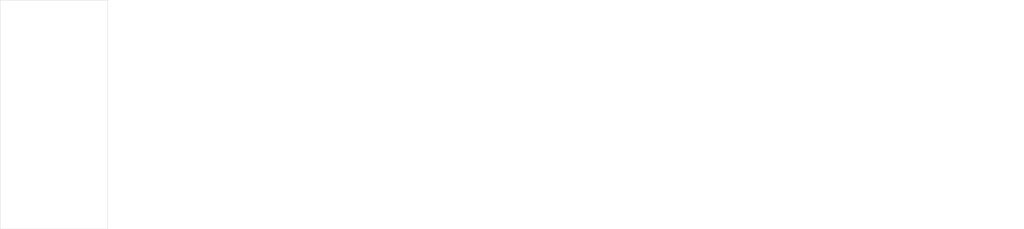
<source format=kicad_pcb>
(kicad_pcb
	(version 20241229)
	(generator "pcbnew")
	(generator_version "9.0")
	(general
		(thickness 1.6)
		(legacy_teardrops no)
	)
	(paper "A4")
	(layers
		(0 "F.Cu" signal)
		(4 "In1.Cu" signal)
		(6 "In2.Cu" signal)
		(2 "B.Cu" signal)
		(9 "F.Adhes" user "F.Adhesive")
		(11 "B.Adhes" user "B.Adhesive")
		(13 "F.Paste" user)
		(15 "B.Paste" user)
		(5 "F.SilkS" user "F.Silkscreen")
		(7 "B.SilkS" user "B.Silkscreen")
		(1 "F.Mask" user)
		(3 "B.Mask" user)
		(17 "Dwgs.User" user "User.Drawings")
		(19 "Cmts.User" user "User.Comments")
		(21 "Eco1.User" user "User.Eco1")
		(23 "Eco2.User" user "User.Eco2")
		(25 "Edge.Cuts" user)
		(27 "Margin" user)
		(31 "F.CrtYd" user "F.Courtyard")
		(29 "B.CrtYd" user "B.Courtyard")
		(35 "F.Fab" user)
		(33 "B.Fab" user)
		(39 "User.1" user)
		(41 "User.2" user)
		(43 "User.3" user)
		(45 "User.4" user)
	)
	(setup
		(stackup
			(layer "F.SilkS"
				(type "Top Silk Screen")
			)
			(layer "F.Paste"
				(type "Top Solder Paste")
			)
			(layer "F.Mask"
				(type "Top Solder Mask")
				(thickness 0.01)
			)
			(layer "F.Cu"
				(type "copper")
				(thickness 0.035)
			)
			(layer "dielectric 1"
				(type "prepreg")
				(thickness 0.1)
				(material "FR4")
				(epsilon_r 4.5)
				(loss_tangent 0.02)
			)
			(layer "In1.Cu"
				(type "copper")
				(thickness 0.035)
			)
			(layer "dielectric 2"
				(type "core")
				(thickness 1.24)
				(material "FR4")
				(epsilon_r 4.5)
				(loss_tangent 0.02)
			)
			(layer "In2.Cu"
				(type "copper")
				(thickness 0.035)
			)
			(layer "dielectric 3"
				(type "prepreg")
				(thickness 0.1)
				(material "FR4")
				(epsilon_r 4.5)
				(loss_tangent 0.02)
			)
			(layer "B.Cu"
				(type "copper")
				(thickness 0.035)
			)
			(layer "B.Mask"
				(type "Bottom Solder Mask")
				(thickness 0.01)
			)
			(layer "B.Paste"
				(type "Bottom Solder Paste")
			)
			(layer "B.SilkS"
				(type "Bottom Silk Screen")
			)
			(copper_finish "None")
			(dielectric_constraints no)
		)
		(pad_to_mask_clearance 0)
		(allow_soldermask_bridges_in_footprints no)
		(tenting front back)
		(grid_origin 120 70)
		(pcbplotparams
			(layerselection 0x00000000_00000000_55555555_5755f5ff)
			(plot_on_all_layers_selection 0x00000000_00000000_00000000_00000000)
			(disableapertmacros no)
			(usegerberextensions no)
			(usegerberattributes no)
			(usegerberadvancedattributes yes)
			(creategerberjobfile yes)
			(dashed_line_dash_ratio 12.000000)
			(dashed_line_gap_ratio 3.000000)
			(svgprecision 4)
			(plotframeref no)
			(mode 1)
			(useauxorigin no)
			(hpglpennumber 1)
			(hpglpenspeed 20)
			(hpglpendiameter 15.000000)
			(pdf_front_fp_property_popups yes)
			(pdf_back_fp_property_popups yes)
			(pdf_metadata yes)
			(pdf_single_document no)
			(dxfpolygonmode yes)
			(dxfimperialunits yes)
			(dxfusepcbnewfont yes)
			(psnegative no)
			(psa4output no)
			(plot_black_and_white yes)
			(sketchpadsonfab no)
			(plotpadnumbers no)
			(hidednponfab no)
			(sketchdnponfab yes)
			(crossoutdnponfab yes)
			(subtractmaskfromsilk no)
			(outputformat 1)
			(mirror no)
			(drillshape 0)
			(scaleselection 1)
			(outputdirectory "0.Export/")
		)
	)
	(net 0 "")
	(gr_rect
		(start 120 70)
		(end 134.8 101.6)
		(stroke
			(width 0.05)
			(type solid)
		)
		(fill no)
		(locked yes)
		(layer "Edge.Cuts")
		(uuid "0f614be8-4302-4e52-8270-460d09b5df05")
	)
	(gr_text "Board Thickness: "
		(at 222.814281 77.994 0)
		(layer "Dwgs.User")
		(uuid "108edd94-eaa6-44e4-8b70-6bdaf01fafd4")
		(effects
			(font
				(size 1.5 1.5)
				(thickness 0.2)
			)
			(justify left top)
		)
	)
	(gr_text "Copper Finish: "
		(at 156 89.865 0)
		(layer "Dwgs.User")
		(uuid "25b472c4-7dcf-4355-8bef-e8dd81f041e3")
		(effects
			(font
				(size 1.5 1.5)
				(thickness 0.2)
			)
			(justify left top)
		)
	)
	(gr_text "0.1524 mm"
		(at 247.757138 85.908 0)
		(layer "Dwgs.User")
		(uuid "27820866-cfa1-42cb-9ac4-8621d9a8bfde")
		(effects
			(font
				(size 1.5 1.5)
				(thickness 0.2)
			)
			(justify left top)
		)
	)
	(gr_text "Castellated pads: "
		(at 156 93.822 0)
		(layer "Dwgs.User")
		(uuid "3a5f6253-d465-4fd9-8b47-78a1ac3a3864")
		(effects
			(font
				(size 1.5 1.5)
				(thickness 0.2)
			)
			(justify left top)
		)
	)
	(gr_text "None"
		(at 188.657143 89.865 0)
		(layer "Dwgs.User")
		(uuid "3ce3f3c6-718a-446f-96b1-6bf15e5a5aa7")
		(effects
			(font
				(size 1.5 1.5)
				(thickness 0.2)
			)
			(justify left top)
		)
	)
	(gr_text "Impedance Control: "
		(at 222.814281 89.865 0)
		(layer "Dwgs.User")
		(uuid "49f6fb10-2319-4316-9e60-3cbb44f9c5d4")
		(effects
			(font
				(size 1.5 1.5)
				(thickness 0.2)
			)
			(justify left top)
		)
	)
	(gr_text "BOARD CHARACTERISTICS"
		(at 155.25 72.5 0)
		(layer "Dwgs.User")
		(uuid "5ea7f37f-13c3-4c01-84e5-24eb3289d034")
		(effects
			(font
				(size 2 2)
				(thickness 0.4)
			)
			(justify left top)
		)
	)
	(gr_text "22.6000 mm x 14.8000 mm"
		(at 188.657143 81.951 0)
		(layer "Dwgs.User")
		(uuid "8a8982db-f778-4684-809e-20949ecf90e6")
		(effects
			(font
				(size 1.5 1.5)
				(thickness 0.2)
			)
			(justify left top)
		)
	)
	(gr_text "4"
		(at 188.657143 77.994 0)
		(layer "Dwgs.User")
		(uuid "8ab8ed8a-7bae-4d01-a2f4-1498876b2464")
		(effects
			(font
				(size 1.5 1.5)
				(thickness 0.2)
			)
			(justify left top)
		)
	)
	(gr_text "1.6000 mm"
		(at 247.757138 77.994 0)
		(layer "Dwgs.User")
		(uuid "8ea094b6-d2b6-4ba0-852f-2a64bd89ac22")
		(effects
			(font
				(size 1.5 1.5)
				(thickness 0.2)
			)
			(justify left top)
		)
	)
	(gr_text "Plated Board Edge: "
		(at 222.814281 93.822 0)
		(layer "Dwgs.User")
		(uuid "9d4a1098-392a-4cff-86f5-83f3b002aa95")
		(effects
			(font
				(size 1.5 1.5)
				(thickness 0.2)
			)
			(justify left top)
		)
	)
	(gr_text "No"
		(at 247.757138 89.865 0)
		(layer "Dwgs.User")
		(uuid "a31842b3-3687-4c23-ac67-b44e49ebce6d")
		(effects
			(font
				(size 1.5 1.5)
				(thickness 0.2)
			)
			(justify left top)
		)
	)
	(gr_text "0.1524 mm / 0.1524 mm"
		(at 188.657143 85.908 0)
		(layer "Dwgs.User")
		(uuid "aba3bb2f-f7ff-4687-b9af-90bf8fffde51")
		(effects
			(font
				(size 1.5 1.5)
				(thickness 0.2)
			)
			(justify left top)
		)
	)
	(gr_text "Board overall dimensions: "
		(at 156 81.951 0)
		(layer "Dwgs.User")
		(uuid "ad8da828-ddfc-4d01-b8ac-2e3fafc5c868")
		(effects
			(font
				(size 1.5 1.5)
				(thickness 0.2)
			)
			(justify left top)
		)
	)
	(gr_text "No"
		(at 188.657143 93.822 0)
		(layer "Dwgs.User")
		(uuid "b2a3bfab-4e88-4fa1-8aa9-ef6db4eb5ec5")
		(effects
			(font
				(size 1.5 1.5)
				(thickness 0.2)
			)
			(justify left top)
		)
	)
	(gr_text "Min track/spacing: "
		(at 156 85.908 0)
		(layer "Dwgs.User")
		(uuid "b7df8419-2358-4d60-bb16-3797b8c41da9")
		(effects
			(font
				(size 1.5 1.5)
				(thickness 0.2)
			)
			(justify left top)
		)
	)
	(gr_text "Min hole diameter: "
		(at 222.814281 85.908 0)
		(layer "Dwgs.User")
		(uuid "c66c3319-b6b4-4b34-bce5-fb4c9dd8b815")
		(effects
			(font
				(size 1.5 1.5)
				(thickness 0.2)
			)
			(justify left top)
		)
	)
	(gr_text "Edge card connectors: "
		(at 156 97.779 0)
		(layer "Dwgs.User")
		(uuid "c9087124-9521-4aa4-b372-993657e37c20")
		(effects
			(font
				(size 1.5 1.5)
				(thickness 0.2)
			)
			(justify left top)
		)
	)
	(gr_text "No"
		(at 247.757138 93.822 0)
		(layer "Dwgs.User")
		(uuid "d14ed0d5-8d4d-467d-9170-b3d78a0acd8d")
		(effects
			(font
				(size 1.5 1.5)
				(thickness 0.2)
			)
			(justify left top)
		)
	)
	(gr_text "Copper Layer Count: "
		(at 156 77.994 0)
		(layer "Dwgs.User")
		(uuid "d58bda2a-2927-4fc4-97d8-364f9ce82121")
		(effects
			(font
				(size 1.5 1.5)
				(thickness 0.2)
			)
			(justify left top)
		)
	)
	(gr_text ""
		(at 222.814281 81.951 0)
		(layer "Dwgs.User")
		(uuid "d880f64c-3459-48a4-a49d-7237c0d531f5")
		(effects
			(font
				(size 1.5 1.5)
				(thickness 0.2)
			)
			(justify left top)
		)
	)
	(gr_text ""
		(at 247.757138 81.951 0)
		(layer "Dwgs.User")
		(uuid "e3300ab4-d087-439a-8fc5-bd4cdb612996")
		(effects
			(font
				(size 1.5 1.5)
				(thickness 0.2)
			)
			(justify left top)
		)
	)
	(gr_text "No"
		(at 188.657143 97.779 0)
		(layer "Dwgs.User")
		(uuid "ef025f19-9776-4d2c-9ac8-1fbf09f09466")
		(effects
			(font
				(size 1.5 1.5)
				(thickness 0.2)
			)
			(justify left top)
		)
	)
	(group "group-boardCharacteristics"
		(uuid "8ef3f332-d30e-43cb-a9ee-3d40208d4624")
		(members "108edd94-eaa6-44e4-8b70-6bdaf01fafd4" "25b472c4-7dcf-4355-8bef-e8dd81f041e3"
			"27820866-cfa1-42cb-9ac4-8621d9a8bfde" "3a5f6253-d465-4fd9-8b47-78a1ac3a3864"
			"3ce3f3c6-718a-446f-96b1-6bf15e5a5aa7" "49f6fb10-2319-4316-9e60-3cbb44f9c5d4"
			"5ea7f37f-13c3-4c01-84e5-24eb3289d034" "8a8982db-f778-4684-809e-20949ecf90e6"
			"8ab8ed8a-7bae-4d01-a2f4-1498876b2464" "8ea094b6-d2b6-4ba0-852f-2a64bd89ac22"
			"9d4a1098-392a-4cff-86f5-83f3b002aa95" "a31842b3-3687-4c23-ac67-b44e49ebce6d"
			"aba3bb2f-f7ff-4687-b9af-90bf8fffde51" "ad8da828-ddfc-4d01-b8ac-2e3fafc5c868"
			"b2a3bfab-4e88-4fa1-8aa9-ef6db4eb5ec5" "b7df8419-2358-4d60-bb16-3797b8c41da9"
			"c66c3319-b6b4-4b34-bce5-fb4c9dd8b815" "c9087124-9521-4aa4-b372-993657e37c20"
			"d14ed0d5-8d4d-467d-9170-b3d78a0acd8d" "d58bda2a-2927-4fc4-97d8-364f9ce82121"
			"d880f64c-3459-48a4-a49d-7237c0d531f5" "e3300ab4-d087-439a-8fc5-bd4cdb612996"
			"ef025f19-9776-4d2c-9ac8-1fbf09f09466"
		)
	)
	(embedded_fonts no)
)

</source>
